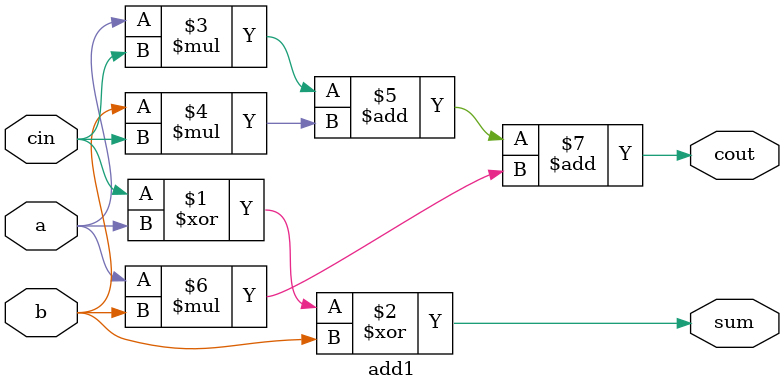
<source format=v>
/*
 * Project name   :
 * File name      : module_fadd.v
 * Created date   : Th08 23 2018
 * Author         : Van-Nam DINH 
 * Last modified  : Th08 23 2018 13:59
 * Desc           :
 */

module top_module (
    input [31:0]    a,
    input [31:0]    b,
    output  [31:0]  sum
);

endmodule 

module add1 (input a, input b, input cin, output sum, output cout);
// Full adder here
assign sum = cin ^ a ^ b;
assign cout = a*cin+b*cin+a*b;
endmodule 


</source>
